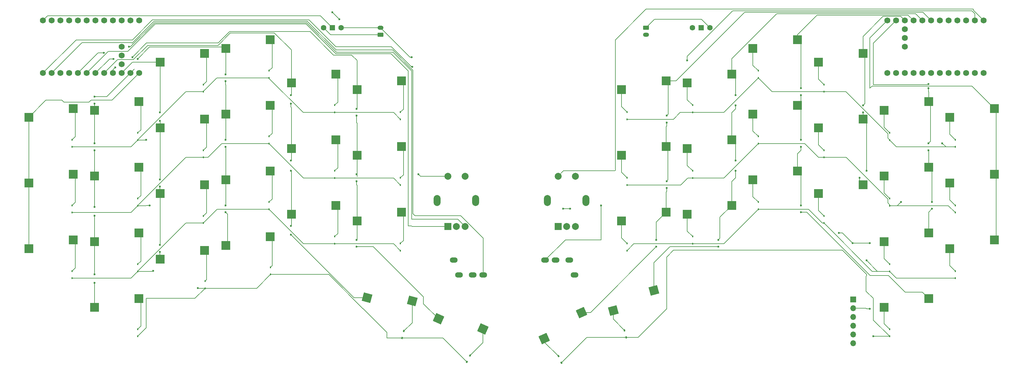
<source format=gbl>
%TF.GenerationSoftware,KiCad,Pcbnew,8.0.3*%
%TF.CreationDate,2025-01-04T16:23:02+09:00*%
%TF.ProjectId,manjaro_mx,6d616e6a-6172-46f5-9f6d-782e6b696361,rev?*%
%TF.SameCoordinates,Original*%
%TF.FileFunction,Copper,L2,Bot*%
%TF.FilePolarity,Positive*%
%FSLAX46Y46*%
G04 Gerber Fmt 4.6, Leading zero omitted, Abs format (unit mm)*
G04 Created by KiCad (PCBNEW 8.0.3) date 2025-01-04 16:23:02*
%MOMM*%
%LPD*%
G01*
G04 APERTURE LIST*
G04 Aperture macros list*
%AMRoundRect*
0 Rectangle with rounded corners*
0 $1 Rounding radius*
0 $2 $3 $4 $5 $6 $7 $8 $9 X,Y pos of 4 corners*
0 Add a 4 corners polygon primitive as box body*
4,1,4,$2,$3,$4,$5,$6,$7,$8,$9,$2,$3,0*
0 Add four circle primitives for the rounded corners*
1,1,$1+$1,$2,$3*
1,1,$1+$1,$4,$5*
1,1,$1+$1,$6,$7*
1,1,$1+$1,$8,$9*
0 Add four rect primitives between the rounded corners*
20,1,$1+$1,$2,$3,$4,$5,0*
20,1,$1+$1,$4,$5,$6,$7,0*
20,1,$1+$1,$6,$7,$8,$9,0*
20,1,$1+$1,$8,$9,$2,$3,0*%
%AMRotRect*
0 Rectangle, with rotation*
0 The origin of the aperture is its center*
0 $1 length*
0 $2 width*
0 $3 Rotation angle, in degrees counterclockwise*
0 Add horizontal line*
21,1,$1,$2,0,0,$3*%
G04 Aperture macros list end*
%TA.AperFunction,ComponentPad*%
%ADD10R,1.500000X1.500000*%
%TD*%
%TA.AperFunction,ComponentPad*%
%ADD11C,1.600000*%
%TD*%
%TA.AperFunction,ComponentPad*%
%ADD12O,2.300000X1.500000*%
%TD*%
%TA.AperFunction,ComponentPad*%
%ADD13RoundRect,0.250000X0.625000X-0.350000X0.625000X0.350000X-0.625000X0.350000X-0.625000X-0.350000X0*%
%TD*%
%TA.AperFunction,ComponentPad*%
%ADD14O,1.750000X1.200000*%
%TD*%
%TA.AperFunction,ComponentPad*%
%ADD15R,1.700000X1.700000*%
%TD*%
%TA.AperFunction,ComponentPad*%
%ADD16O,1.700000X1.700000*%
%TD*%
%TA.AperFunction,ComponentPad*%
%ADD17C,1.752600*%
%TD*%
%TA.AperFunction,WasherPad*%
%ADD18O,2.000000X3.200000*%
%TD*%
%TA.AperFunction,ComponentPad*%
%ADD19R,2.000000X2.000000*%
%TD*%
%TA.AperFunction,ComponentPad*%
%ADD20C,2.000000*%
%TD*%
%TA.AperFunction,ComponentPad*%
%ADD21RoundRect,0.250000X-0.625000X0.350000X-0.625000X-0.350000X0.625000X-0.350000X0.625000X0.350000X0*%
%TD*%
%TA.AperFunction,SMDPad,CuDef*%
%ADD22R,0.450000X0.600000*%
%TD*%
%TA.AperFunction,SMDPad,CuDef*%
%ADD23R,2.550000X2.500000*%
%TD*%
%TA.AperFunction,SMDPad,CuDef*%
%ADD24RotRect,0.600000X0.450000X75.000000*%
%TD*%
%TA.AperFunction,SMDPad,CuDef*%
%ADD25RotRect,2.550000X2.500000X24.000000*%
%TD*%
%TA.AperFunction,SMDPad,CuDef*%
%ADD26RotRect,2.550000X2.500000X15.000000*%
%TD*%
%TA.AperFunction,SMDPad,CuDef*%
%ADD27RotRect,0.600000X0.450000X66.000000*%
%TD*%
%TA.AperFunction,SMDPad,CuDef*%
%ADD28RotRect,0.600000X0.450000X105.000000*%
%TD*%
%TA.AperFunction,SMDPad,CuDef*%
%ADD29RotRect,0.600000X0.450000X114.000000*%
%TD*%
%TA.AperFunction,SMDPad,CuDef*%
%ADD30RotRect,2.550000X2.500000X345.000000*%
%TD*%
%TA.AperFunction,SMDPad,CuDef*%
%ADD31RotRect,2.550000X2.500000X336.000000*%
%TD*%
%TA.AperFunction,ViaPad*%
%ADD32C,0.600000*%
%TD*%
%TA.AperFunction,Conductor*%
%ADD33C,0.200000*%
%TD*%
G04 APERTURE END LIST*
D10*
%TO.P,PowerSW1,1,B*%
%TO.N,Net-(PowerSW1-B)*%
X125000000Y-48500000D03*
D11*
%TO.P,PowerSW1,2,C*%
%TO.N,BAT-*%
X127540000Y-48500000D03*
%TO.P,PowerSW1,3,A*%
%TO.N,BAT+*%
X122460000Y-48500000D03*
%TD*%
D12*
%TO.P,J2,1,A*%
%TO.N,unconnected-(J2-A-Pad1)*%
X160250000Y-115850000D03*
%TO.P,J2,2,B*%
%TO.N,DATA*%
X168750000Y-120150000D03*
%TO.P,J2,3,C*%
%TO.N,BAT-*%
X165750000Y-120150000D03*
%TO.P,J2,4,D*%
%TO.N,VCC*%
X161750000Y-120150000D03*
%TD*%
D13*
%TO.P,BT1,1,+*%
%TO.N,BAT+*%
X139000000Y-50500000D03*
D14*
%TO.P,BT1,2,-*%
%TO.N,BAT-*%
X139000000Y-48500000D03*
%TD*%
D15*
%TO.P,rJ3,1,Pin_1*%
%TO.N,rVCC*%
X276150000Y-127340000D03*
D16*
%TO.P,rJ3,2,Pin_2*%
%TO.N,rBAT-*%
X276150000Y-129880000D03*
%TO.P,rJ3,3,Pin_3*%
%TO.N,SCLK*%
X276150000Y-132420000D03*
%TO.P,rJ3,4,Pin_4*%
%TO.N,SDIO*%
X276150000Y-134960000D03*
%TO.P,rJ3,5,Pin_5*%
%TO.N,NCS*%
X276150000Y-137500000D03*
%TO.P,rJ3,6,Pin_6*%
%TO.N,unconnected-(rJ3-Pin_6-Pad6)*%
X276150000Y-140040000D03*
%TD*%
D10*
%TO.P,rPowerSW1,1,B*%
%TO.N,Net-(rPowerSW1-B)*%
X232050000Y-48500000D03*
D11*
%TO.P,rPowerSW1,2,C*%
%TO.N,rBAT-*%
X229510000Y-48500000D03*
%TO.P,rPowerSW1,3,A*%
%TO.N,rBAT+*%
X234590000Y-48500000D03*
%TD*%
D17*
%TO.P,rU1,1,TX0/P0.06*%
%TO.N,rKEYEX1*%
X313970000Y-46380000D03*
%TO.P,rU1,2,RX1/P0.08*%
%TO.N,rDATA*%
X311430000Y-46380000D03*
%TO.P,rU1,3,GND*%
%TO.N,rBAT-*%
X308890000Y-46380000D03*
%TO.P,rU1,4,GND*%
X306350000Y-46380000D03*
%TO.P,rU1,5,P0.17*%
%TO.N,rREB*%
X303810000Y-46380000D03*
%TO.P,rU1,6,P0.20*%
%TO.N,rRE0A*%
X301270000Y-46380000D03*
%TO.P,rU1,7,P0.22*%
%TO.N,rCOL0*%
X298730000Y-46380000D03*
%TO.P,rU1,8,P0.24*%
%TO.N,rCOL1*%
X296190000Y-46380000D03*
%TO.P,rU1,9,P1.00*%
%TO.N,rCOL2*%
X293650000Y-46380000D03*
%TO.P,rU1,10,P0.11*%
%TO.N,rCOL3*%
X291110000Y-46380000D03*
%TO.P,rU1,11,P1.04*%
%TO.N,rCOL4*%
X288570000Y-46380000D03*
%TO.P,rU1,12,P1.06*%
%TO.N,rCOL5*%
X286030000Y-46380000D03*
%TO.P,rU1,13,NFC1/P0.09*%
%TO.N,NCS*%
X286030000Y-61620000D03*
%TO.P,rU1,14,NFC2/P0.10*%
%TO.N,unconnected-(rU1-NFC2{slash}P0.10-Pad14)*%
X288570000Y-61620000D03*
%TO.P,rU1,15,P1.11*%
%TO.N,SDIO*%
X291110000Y-61620000D03*
%TO.P,rU1,16,P1.13*%
%TO.N,SCLK*%
X293650000Y-61620000D03*
%TO.P,rU1,17,P1.15*%
%TO.N,rROW3*%
X296190000Y-61620000D03*
%TO.P,rU1,18,AIN0/P0.02*%
%TO.N,rROW2*%
X298730000Y-61620000D03*
%TO.P,rU1,19,AIN5/P0.29*%
%TO.N,rROW1*%
X301270000Y-61620000D03*
%TO.P,rU1,20,AIN7/P0.31*%
%TO.N,rROW0*%
X303810000Y-61620000D03*
%TO.P,rU1,21,VCC*%
%TO.N,rVCC*%
X306350000Y-61620000D03*
%TO.P,rU1,22,RST*%
%TO.N,unconnected-(rU1-RST-Pad22)*%
X308890000Y-61620000D03*
%TO.P,rU1,23,GND*%
%TO.N,rBAT-*%
X311430000Y-61620000D03*
%TO.P,rU1,24,BATIN/P0.04*%
%TO.N,Net-(rPowerSW1-B)*%
X313970000Y-61620000D03*
%TO.P,rU1,31,P1.01*%
%TO.N,unconnected-(rU1-P1.01-Pad31)*%
X291110000Y-48920000D03*
%TO.P,rU1,32,P1.02*%
%TO.N,unconnected-(rU1-P1.02-Pad32)*%
X291110000Y-51460000D03*
%TO.P,rU1,33,P1.07*%
%TO.N,unconnected-(rU1-P1.07-Pad33)*%
X291110000Y-54000000D03*
%TD*%
D18*
%TO.P,rEXSW1,*%
%TO.N,*%
X187400000Y-98600000D03*
X198600000Y-98600000D03*
D19*
%TO.P,rEXSW1,A,A*%
%TO.N,rRE0A*%
X190500000Y-106100000D03*
D20*
%TO.P,rEXSW1,B,B*%
%TO.N,rREB*%
X195500000Y-106100000D03*
%TO.P,rEXSW1,C,C*%
%TO.N,rBAT-*%
X193000000Y-106100000D03*
%TO.P,rEXSW1,S1,S1*%
X195500000Y-91600000D03*
%TO.P,rEXSW1,S2,S2*%
%TO.N,rKEYEX1*%
X190500000Y-91600000D03*
%TD*%
D17*
%TO.P,U1,1,TX0/P0.06*%
%TO.N,KEYEX1*%
X41030000Y-61620000D03*
%TO.P,U1,2,RX1/P0.08*%
%TO.N,DATA*%
X43570000Y-61620000D03*
%TO.P,U1,3,GND*%
%TO.N,BAT-*%
X46110000Y-61620000D03*
%TO.P,U1,4,GND*%
X48650000Y-61620000D03*
%TO.P,U1,5,P0.17*%
%TO.N,REB*%
X51190000Y-61620000D03*
%TO.P,U1,6,P0.20*%
%TO.N,RE0A*%
X53730000Y-61620000D03*
%TO.P,U1,7,P0.22*%
%TO.N,COL0*%
X56270000Y-61620000D03*
%TO.P,U1,8,P0.24*%
%TO.N,COL1*%
X58810000Y-61620000D03*
%TO.P,U1,9,P1.00*%
%TO.N,COL2*%
X61350000Y-61620000D03*
%TO.P,U1,10,P0.11*%
%TO.N,COL3*%
X63890000Y-61620000D03*
%TO.P,U1,11,P1.04*%
%TO.N,COL4*%
X66430000Y-61620000D03*
%TO.P,U1,12,P1.06*%
%TO.N,COL5*%
X68970000Y-61620000D03*
%TO.P,U1,13,NFC1/P0.09*%
%TO.N,unconnected-(U1-NFC1{slash}P0.09-Pad13)*%
X68970000Y-46380000D03*
%TO.P,U1,14,NFC2/P0.10*%
%TO.N,unconnected-(U1-NFC2{slash}P0.10-Pad14)*%
X66430000Y-46380000D03*
%TO.P,U1,15,P1.11*%
%TO.N,unconnected-(U1-P1.11-Pad15)*%
X63890000Y-46380000D03*
%TO.P,U1,16,P1.13*%
%TO.N,unconnected-(U1-P1.13-Pad16)*%
X61350000Y-46380000D03*
%TO.P,U1,17,P1.15*%
%TO.N,ROW3*%
X58810000Y-46380000D03*
%TO.P,U1,18,AIN0/P0.02*%
%TO.N,ROW2*%
X56270000Y-46380000D03*
%TO.P,U1,19,AIN5/P0.29*%
%TO.N,ROW1*%
X53730000Y-46380000D03*
%TO.P,U1,20,AIN7/P0.31*%
%TO.N,ROW0*%
X51190000Y-46380000D03*
%TO.P,U1,21,VCC*%
%TO.N,VCC*%
X48650000Y-46380000D03*
%TO.P,U1,22,RST*%
%TO.N,unconnected-(U1-RST-Pad22)*%
X46110000Y-46380000D03*
%TO.P,U1,23,GND*%
%TO.N,BAT-*%
X43570000Y-46380000D03*
%TO.P,U1,24,BATIN/P0.04*%
%TO.N,Net-(PowerSW1-B)*%
X41030000Y-46380000D03*
%TO.P,U1,31,P1.01*%
%TO.N,unconnected-(U1-P1.01-Pad31)*%
X63890000Y-59080000D03*
%TO.P,U1,32,P1.02*%
%TO.N,unconnected-(U1-P1.02-Pad32)*%
X63890000Y-56540000D03*
%TO.P,U1,33,P1.07*%
%TO.N,unconnected-(U1-P1.07-Pad33)*%
X63890000Y-54000000D03*
%TD*%
D18*
%TO.P,EXSW1,*%
%TO.N,*%
X155400000Y-98600000D03*
X166600000Y-98600000D03*
D19*
%TO.P,EXSW1,A,A*%
%TO.N,RE0A*%
X158500000Y-106100000D03*
D20*
%TO.P,EXSW1,B,B*%
%TO.N,REB*%
X163500000Y-106100000D03*
%TO.P,EXSW1,C,C*%
%TO.N,BAT-*%
X161000000Y-106100000D03*
%TO.P,EXSW1,S1,S1*%
X163500000Y-91600000D03*
%TO.P,EXSW1,S2,S2*%
%TO.N,KEYEX1*%
X158500000Y-91600000D03*
%TD*%
D21*
%TO.P,rBT1,1,+*%
%TO.N,rBAT+*%
X216000000Y-48500000D03*
D14*
%TO.P,rBT1,2,-*%
%TO.N,rBAT-*%
X216000000Y-50500000D03*
%TD*%
D12*
%TO.P,rJ2,1,A*%
%TO.N,unconnected-(rJ2-A-Pad1)*%
X195250000Y-120200000D03*
%TO.P,rJ2,2,B*%
%TO.N,rDATA*%
X186750000Y-115900000D03*
%TO.P,rJ2,3,C*%
%TO.N,rBAT-*%
X189750000Y-115900000D03*
%TO.P,rJ2,4,D*%
%TO.N,rVCC*%
X193750000Y-115900000D03*
%TD*%
D22*
%TO.P,D7,1,K*%
%TO.N,ROW1*%
X144750000Y-94100000D03*
%TO.P,D7,2,A*%
%TO.N,Net-(D7-A)*%
X144750000Y-92000000D03*
%TD*%
D23*
%TO.P,rSW13,1,1*%
%TO.N,Net-(rD13-A)*%
X208915000Y-104560000D03*
%TO.P,rSW13,2,2*%
%TO.N,rCOL0*%
X221842000Y-102020000D03*
%TD*%
D22*
%TO.P,D9,1,K*%
%TO.N,ROW1*%
X106650000Y-82100000D03*
%TO.P,D9,2,A*%
%TO.N,Net-(D9-A)*%
X106650000Y-80000000D03*
%TD*%
D23*
%TO.P,rSW2,1,1*%
%TO.N,Net-(rD2-A)*%
X227965000Y-64460000D03*
%TO.P,rSW2,2,2*%
%TO.N,rCOL1*%
X240892000Y-61920000D03*
%TD*%
%TO.P,rSW5,1,1*%
%TO.N,Net-(rD5-A)*%
X285115000Y-72460000D03*
%TO.P,rSW5,2,2*%
%TO.N,rCOL4*%
X298042000Y-69920000D03*
%TD*%
D22*
%TO.P,D16,1,K*%
%TO.N,ROW2*%
X87600000Y-105150000D03*
%TO.P,D16,2,A*%
%TO.N,Net-(D16-A)*%
X87600000Y-103050000D03*
%TD*%
D23*
%TO.P,rSW14,1,1*%
%TO.N,Net-(rD14-A)*%
X227965000Y-102560000D03*
%TO.P,rSW14,2,2*%
%TO.N,rCOL1*%
X240892000Y-100020000D03*
%TD*%
D22*
%TO.P,rD1,1,K*%
%TO.N,rROW0*%
X210500000Y-75050000D03*
%TO.P,rD1,2,A*%
%TO.N,Net-(rD1-A)*%
X210500000Y-72950000D03*
%TD*%
D23*
%TO.P,rSW15,1,1*%
%TO.N,Net-(rD15-A)*%
X247015000Y-92560000D03*
%TO.P,rSW15,2,2*%
%TO.N,rCOL2*%
X259942000Y-90020000D03*
%TD*%
%TO.P,rSW21,1,1*%
%TO.N,Net-(rD21-A)*%
X285115000Y-129610000D03*
%TO.P,rSW21,2,2*%
%TO.N,rCOL2*%
X298042000Y-127070000D03*
%TD*%
D22*
%TO.P,rD3,1,K*%
%TO.N,rROW0*%
X248600000Y-63050000D03*
%TO.P,rD3,2,A*%
%TO.N,Net-(rD3-A)*%
X248600000Y-60950000D03*
%TD*%
%TO.P,D23,1,K*%
%TO.N,ROW3*%
X68550000Y-138000000D03*
%TO.P,D23,2,A*%
%TO.N,Net-(D23-A)*%
X68550000Y-135900000D03*
%TD*%
%TO.P,rD15,1,K*%
%TO.N,rROW2*%
X248600000Y-101150000D03*
%TO.P,rD15,2,A*%
%TO.N,Net-(rD15-A)*%
X248600000Y-99050000D03*
%TD*%
%TO.P,rD13,1,K*%
%TO.N,rROW2*%
X210500000Y-113150000D03*
%TO.P,rD13,2,A*%
%TO.N,Net-(rD13-A)*%
X210500000Y-111050000D03*
%TD*%
D23*
%TO.P,rSW8,1,1*%
%TO.N,Net-(rD8-A)*%
X227965000Y-83510000D03*
%TO.P,rSW8,2,2*%
%TO.N,rCOL1*%
X240892000Y-80970000D03*
%TD*%
D22*
%TO.P,D15,1,K*%
%TO.N,ROW2*%
X106650000Y-101150000D03*
%TO.P,D15,2,A*%
%TO.N,Net-(D15-A)*%
X106650000Y-99050000D03*
%TD*%
D23*
%TO.P,SW15,1,1*%
%TO.N,COL2*%
X94065000Y-92560000D03*
%TO.P,SW15,2,2*%
%TO.N,Net-(D15-A)*%
X106992000Y-90020000D03*
%TD*%
%TO.P,SW10,1,1*%
%TO.N,COL3*%
X75015000Y-77510000D03*
%TO.P,SW10,2,2*%
%TO.N,Net-(D10-A)*%
X87942000Y-74970000D03*
%TD*%
%TO.P,SW21,1,1*%
%TO.N,COL2*%
X94065000Y-111610000D03*
%TO.P,SW21,2,2*%
%TO.N,Net-(D21-A)*%
X106992000Y-109070000D03*
%TD*%
D22*
%TO.P,rD16,1,K*%
%TO.N,rROW2*%
X267650000Y-105150000D03*
%TO.P,rD16,2,A*%
%TO.N,Net-(rD16-A)*%
X267650000Y-103050000D03*
%TD*%
D23*
%TO.P,SW16,1,1*%
%TO.N,COL3*%
X75015000Y-96560000D03*
%TO.P,SW16,2,2*%
%TO.N,Net-(D16-A)*%
X87942000Y-94020000D03*
%TD*%
%TO.P,rSW4,1,1*%
%TO.N,Net-(rD4-A)*%
X266065000Y-58460000D03*
%TO.P,rSW4,2,2*%
%TO.N,rCOL3*%
X278992000Y-55920000D03*
%TD*%
D22*
%TO.P,D18,1,K*%
%TO.N,ROW2*%
X49500000Y-121150000D03*
%TO.P,D18,2,A*%
%TO.N,Net-(D18-A)*%
X49500000Y-119050000D03*
%TD*%
D24*
%TO.P,D20,1,K*%
%TO.N,ROW3*%
X145228240Y-138514222D03*
%TO.P,D20,2,A*%
%TO.N,Net-(D20-A)*%
X145771760Y-136485778D03*
%TD*%
D23*
%TO.P,SW22,1,1*%
%TO.N,COL3*%
X75015000Y-115610000D03*
%TO.P,SW22,2,2*%
%TO.N,Net-(D22-A)*%
X87942000Y-113070000D03*
%TD*%
D22*
%TO.P,D1,1,K*%
%TO.N,ROW0*%
X144750000Y-75050000D03*
%TO.P,D1,2,A*%
%TO.N,Net-(D1-A)*%
X144750000Y-72950000D03*
%TD*%
D23*
%TO.P,rSW18,1,1*%
%TO.N,Net-(rD18-A)*%
X304165000Y-112560000D03*
%TO.P,rSW18,2,2*%
%TO.N,rCOL5*%
X317092000Y-110020000D03*
%TD*%
D22*
%TO.P,rD11,1,K*%
%TO.N,rROW1*%
X286700000Y-100100000D03*
%TO.P,rD11,2,A*%
%TO.N,Net-(rD11-A)*%
X286700000Y-98000000D03*
%TD*%
D23*
%TO.P,rSW1,1,1*%
%TO.N,Net-(rD1-A)*%
X208915000Y-66460000D03*
%TO.P,rSW1,2,2*%
%TO.N,rCOL0*%
X221842000Y-63920000D03*
%TD*%
D22*
%TO.P,rD7,1,K*%
%TO.N,rROW1*%
X210500000Y-94100000D03*
%TO.P,rD7,2,A*%
%TO.N,Net-(rD7-A)*%
X210500000Y-92000000D03*
%TD*%
D23*
%TO.P,rSW10,1,1*%
%TO.N,Net-(rD10-A)*%
X266065000Y-77510000D03*
%TO.P,rSW10,2,2*%
%TO.N,rCOL3*%
X278992000Y-74970000D03*
%TD*%
D22*
%TO.P,rD8,1,K*%
%TO.N,rROW1*%
X229550000Y-92100000D03*
%TO.P,rD8,2,A*%
%TO.N,Net-(rD8-A)*%
X229550000Y-90000000D03*
%TD*%
%TO.P,D21,1,K*%
%TO.N,ROW3*%
X107050000Y-120050000D03*
%TO.P,D21,2,A*%
%TO.N,Net-(D21-A)*%
X107050000Y-117950000D03*
%TD*%
D23*
%TO.P,SW3,1,1*%
%TO.N,COL2*%
X94065000Y-54460000D03*
%TO.P,SW3,2,2*%
%TO.N,Net-(D3-A)*%
X106992000Y-51920000D03*
%TD*%
D22*
%TO.P,D22,1,K*%
%TO.N,ROW3*%
X88050000Y-124050000D03*
%TO.P,D22,2,A*%
%TO.N,Net-(D22-A)*%
X88050000Y-121950000D03*
%TD*%
%TO.P,D14,1,K*%
%TO.N,ROW2*%
X125700000Y-111150000D03*
%TO.P,D14,2,A*%
%TO.N,Net-(D14-A)*%
X125700000Y-109050000D03*
%TD*%
D23*
%TO.P,SW9,1,1*%
%TO.N,COL2*%
X94065000Y-73510000D03*
%TO.P,SW9,2,2*%
%TO.N,Net-(D9-A)*%
X106992000Y-70970000D03*
%TD*%
D22*
%TO.P,D13,1,K*%
%TO.N,ROW2*%
X144750000Y-113150000D03*
%TO.P,D13,2,A*%
%TO.N,Net-(D13-A)*%
X144750000Y-111050000D03*
%TD*%
D25*
%TO.P,rSW19,1,1*%
%TO.N,Net-(rD19-A)*%
X186494419Y-138661324D03*
%TO.P,rSW19,2,2*%
%TO.N,rCOL0*%
X197270710Y-131083034D03*
%TD*%
D23*
%TO.P,SW6,1,1*%
%TO.N,COL5*%
X36915000Y-74460000D03*
%TO.P,SW6,2,2*%
%TO.N,Net-(D6-A)*%
X49842000Y-71920000D03*
%TD*%
D26*
%TO.P,rSW20,1,1*%
%TO.N,Net-(rD20-A)*%
X206499015Y-130480281D03*
%TO.P,rSW20,2,2*%
%TO.N,rCOL1*%
X218328138Y-124681076D03*
%TD*%
D27*
%TO.P,D19,1,K*%
%TO.N,ROW3*%
X164072927Y-145459223D03*
%TO.P,D19,2,A*%
%TO.N,Net-(D19-A)*%
X164927073Y-143540777D03*
%TD*%
D22*
%TO.P,rD21,1,K*%
%TO.N,rROW3*%
X286700000Y-138000000D03*
%TO.P,rD21,2,A*%
%TO.N,Net-(rD21-A)*%
X286700000Y-135900000D03*
%TD*%
D23*
%TO.P,SW5,1,1*%
%TO.N,COL4*%
X55965000Y-72460000D03*
%TO.P,SW5,2,2*%
%TO.N,Net-(D5-A)*%
X68892000Y-69920000D03*
%TD*%
D22*
%TO.P,rD4,1,K*%
%TO.N,rROW0*%
X267650000Y-67050000D03*
%TO.P,rD4,2,A*%
%TO.N,Net-(rD4-A)*%
X267650000Y-64950000D03*
%TD*%
D23*
%TO.P,SW23,1,1*%
%TO.N,COL4*%
X55965000Y-129610000D03*
%TO.P,SW23,2,2*%
%TO.N,Net-(D23-A)*%
X68892000Y-127070000D03*
%TD*%
%TO.P,SW18,1,1*%
%TO.N,COL5*%
X36915000Y-112560000D03*
%TO.P,SW18,2,2*%
%TO.N,Net-(D18-A)*%
X49842000Y-110020000D03*
%TD*%
%TO.P,rSW12,1,1*%
%TO.N,Net-(rD12-A)*%
X304165000Y-93510000D03*
%TO.P,rSW12,2,2*%
%TO.N,rCOL5*%
X317092000Y-90970000D03*
%TD*%
%TO.P,SW12,1,1*%
%TO.N,COL5*%
X36915000Y-93510000D03*
%TO.P,SW12,2,2*%
%TO.N,Net-(D12-A)*%
X49842000Y-90970000D03*
%TD*%
D22*
%TO.P,D3,1,K*%
%TO.N,ROW0*%
X106650000Y-63050000D03*
%TO.P,D3,2,A*%
%TO.N,Net-(D3-A)*%
X106650000Y-60950000D03*
%TD*%
%TO.P,rD9,1,K*%
%TO.N,rROW1*%
X248600000Y-82100000D03*
%TO.P,rD9,2,A*%
%TO.N,Net-(rD9-A)*%
X248600000Y-80000000D03*
%TD*%
D23*
%TO.P,rSW6,1,1*%
%TO.N,Net-(rD6-A)*%
X304165000Y-74460000D03*
%TO.P,rSW6,2,2*%
%TO.N,rCOL5*%
X317092000Y-71920000D03*
%TD*%
%TO.P,SW8,1,1*%
%TO.N,COL1*%
X113115000Y-83510000D03*
%TO.P,SW8,2,2*%
%TO.N,Net-(D8-A)*%
X126042000Y-80970000D03*
%TD*%
%TO.P,rSW16,1,1*%
%TO.N,Net-(rD16-A)*%
X266065000Y-96560000D03*
%TO.P,rSW16,2,2*%
%TO.N,rCOL3*%
X278992000Y-94020000D03*
%TD*%
%TO.P,SW7,1,1*%
%TO.N,COL0*%
X132165000Y-85510000D03*
%TO.P,SW7,2,2*%
%TO.N,Net-(D7-A)*%
X145092000Y-82970000D03*
%TD*%
D22*
%TO.P,D10,1,K*%
%TO.N,ROW1*%
X87600000Y-86100000D03*
%TO.P,D10,2,A*%
%TO.N,Net-(D10-A)*%
X87600000Y-84000000D03*
%TD*%
D23*
%TO.P,SW11,1,1*%
%TO.N,COL4*%
X55965000Y-91510000D03*
%TO.P,SW11,2,2*%
%TO.N,Net-(D11-A)*%
X68892000Y-88970000D03*
%TD*%
D22*
%TO.P,rD14,1,K*%
%TO.N,rROW2*%
X229550000Y-111150000D03*
%TO.P,rD14,2,A*%
%TO.N,Net-(rD14-A)*%
X229550000Y-109050000D03*
%TD*%
%TO.P,rD5,1,K*%
%TO.N,rROW0*%
X286700000Y-81050000D03*
%TO.P,rD5,2,A*%
%TO.N,Net-(rD5-A)*%
X286700000Y-78950000D03*
%TD*%
D28*
%TO.P,rD20,1,K*%
%TO.N,rROW3*%
X210285982Y-138285982D03*
%TO.P,rD20,2,A*%
%TO.N,Net-(rD20-A)*%
X209742462Y-136257538D03*
%TD*%
D22*
%TO.P,rD6,1,K*%
%TO.N,rROW0*%
X305750000Y-83050000D03*
%TO.P,rD6,2,A*%
%TO.N,Net-(rD6-A)*%
X305750000Y-80950000D03*
%TD*%
D23*
%TO.P,SW14,1,1*%
%TO.N,COL1*%
X113115000Y-102560000D03*
%TO.P,SW14,2,2*%
%TO.N,Net-(D14-A)*%
X126042000Y-100020000D03*
%TD*%
D22*
%TO.P,D2,1,K*%
%TO.N,ROW0*%
X125700000Y-73050000D03*
%TO.P,D2,2,A*%
%TO.N,Net-(D2-A)*%
X125700000Y-70950000D03*
%TD*%
D23*
%TO.P,SW13,1,1*%
%TO.N,COL0*%
X132165000Y-104560000D03*
%TO.P,SW13,2,2*%
%TO.N,Net-(D13-A)*%
X145092000Y-102020000D03*
%TD*%
D22*
%TO.P,D17,1,K*%
%TO.N,ROW2*%
X68550000Y-119150000D03*
%TO.P,D17,2,A*%
%TO.N,Net-(D17-A)*%
X68550000Y-117050000D03*
%TD*%
%TO.P,D11,1,K*%
%TO.N,ROW1*%
X68550000Y-100100000D03*
%TO.P,D11,2,A*%
%TO.N,Net-(D11-A)*%
X68550000Y-98000000D03*
%TD*%
%TO.P,rD10,1,K*%
%TO.N,rROW1*%
X267650000Y-86100000D03*
%TO.P,rD10,2,A*%
%TO.N,Net-(rD10-A)*%
X267650000Y-84000000D03*
%TD*%
%TO.P,D4,1,K*%
%TO.N,ROW0*%
X87600000Y-67050000D03*
%TO.P,D4,2,A*%
%TO.N,Net-(D4-A)*%
X87600000Y-64950000D03*
%TD*%
D23*
%TO.P,rSW7,1,1*%
%TO.N,Net-(rD7-A)*%
X208915000Y-85510000D03*
%TO.P,rSW7,2,2*%
%TO.N,rCOL0*%
X221842000Y-82970000D03*
%TD*%
D22*
%TO.P,rD17,1,K*%
%TO.N,rROW2*%
X286700000Y-119150000D03*
%TO.P,rD17,2,A*%
%TO.N,Net-(rD17-A)*%
X286700000Y-117050000D03*
%TD*%
D23*
%TO.P,SW17,1,1*%
%TO.N,COL4*%
X55965000Y-110560000D03*
%TO.P,SW17,2,2*%
%TO.N,Net-(D17-A)*%
X68892000Y-108020000D03*
%TD*%
%TO.P,SW4,1,1*%
%TO.N,COL3*%
X75015000Y-58460000D03*
%TO.P,SW4,2,2*%
%TO.N,Net-(D4-A)*%
X87942000Y-55920000D03*
%TD*%
D22*
%TO.P,D5,1,K*%
%TO.N,ROW0*%
X68550000Y-81050000D03*
%TO.P,D5,2,A*%
%TO.N,Net-(D5-A)*%
X68550000Y-78950000D03*
%TD*%
D29*
%TO.P,rD19,1,K*%
%TO.N,rROW3*%
X191467850Y-145687463D03*
%TO.P,rD19,2,A*%
%TO.N,Net-(rD19-A)*%
X190613704Y-143769017D03*
%TD*%
D22*
%TO.P,D6,1,K*%
%TO.N,ROW0*%
X49500000Y-83050000D03*
%TO.P,D6,2,A*%
%TO.N,Net-(D6-A)*%
X49500000Y-80950000D03*
%TD*%
D23*
%TO.P,SW2,1,1*%
%TO.N,COL1*%
X113115000Y-64460000D03*
%TO.P,SW2,2,2*%
%TO.N,Net-(D2-A)*%
X126042000Y-61920000D03*
%TD*%
%TO.P,rSW3,1,1*%
%TO.N,Net-(rD3-A)*%
X247015000Y-54460000D03*
%TO.P,rSW3,2,2*%
%TO.N,rCOL2*%
X259942000Y-51920000D03*
%TD*%
D30*
%TO.P,SW20,1,1*%
%TO.N,COL1*%
X135063816Y-126812815D03*
%TO.P,SW20,2,2*%
%TO.N,Net-(D20-A)*%
X148207739Y-127705118D03*
%TD*%
D22*
%TO.P,rD2,1,K*%
%TO.N,rROW0*%
X229550000Y-73050000D03*
%TO.P,rD2,2,A*%
%TO.N,Net-(rD2-A)*%
X229550000Y-70950000D03*
%TD*%
D23*
%TO.P,rSW9,1,1*%
%TO.N,Net-(rD9-A)*%
X247015000Y-73510000D03*
%TO.P,rSW9,2,2*%
%TO.N,rCOL2*%
X259942000Y-70970000D03*
%TD*%
%TO.P,rSW17,1,1*%
%TO.N,Net-(rD17-A)*%
X285115000Y-110560000D03*
%TO.P,rSW17,2,2*%
%TO.N,rCOL4*%
X298042000Y-108020000D03*
%TD*%
D22*
%TO.P,rD18,1,K*%
%TO.N,rROW2*%
X305750000Y-121150000D03*
%TO.P,rD18,2,A*%
%TO.N,Net-(rD18-A)*%
X305750000Y-119050000D03*
%TD*%
%TO.P,D8,1,K*%
%TO.N,ROW1*%
X125700000Y-92100000D03*
%TO.P,D8,2,A*%
%TO.N,Net-(D8-A)*%
X125700000Y-90000000D03*
%TD*%
%TO.P,D12,1,K*%
%TO.N,ROW1*%
X49500000Y-102100000D03*
%TO.P,D12,2,A*%
%TO.N,Net-(D12-A)*%
X49500000Y-100000000D03*
%TD*%
%TO.P,rD12,1,K*%
%TO.N,rROW1*%
X305750000Y-102100000D03*
%TO.P,rD12,2,A*%
%TO.N,Net-(rD12-A)*%
X305750000Y-100000000D03*
%TD*%
D31*
%TO.P,SW19,1,1*%
%TO.N,COL0*%
X155810642Y-132897865D03*
%TO.P,SW19,2,2*%
%TO.N,Net-(D19-A)*%
X168653155Y-135835345D03*
%TD*%
D23*
%TO.P,SW1,1,1*%
%TO.N,COL0*%
X132165000Y-66460000D03*
%TO.P,SW1,2,2*%
%TO.N,Net-(D1-A)*%
X145092000Y-63920000D03*
%TD*%
%TO.P,rSW11,1,1*%
%TO.N,Net-(rD11-A)*%
X285115000Y-91510000D03*
%TO.P,rSW11,2,2*%
%TO.N,rCOL4*%
X298042000Y-88970000D03*
%TD*%
D32*
%TO.N,rROW0*%
X302000000Y-82000000D03*
%TO.N,rROW1*%
X290000000Y-99000000D03*
%TO.N,rROW2*%
X280000000Y-116000000D03*
%TO.N,rROW3*%
X282000000Y-138000000D03*
%TO.N,rBAT-*%
X281000000Y-130000000D03*
%TO.N,rCOL0*%
X219000000Y-110000000D03*
X222000000Y-93000000D03*
X222000000Y-76000000D03*
X222000000Y-95000000D03*
X219000000Y-112000000D03*
X222000000Y-74000000D03*
%TO.N,rCOL1*%
X237000000Y-110000000D03*
X242000000Y-71000000D03*
X242000000Y-68000000D03*
X237000000Y-112000000D03*
X242000000Y-87000000D03*
X242000000Y-90000000D03*
%TO.N,rCOL2*%
X261000000Y-68000000D03*
X261000000Y-66000000D03*
X261000000Y-83000000D03*
X261000000Y-100000000D03*
X261000000Y-102000000D03*
X261000000Y-81000000D03*
%TO.N,rCOL3*%
X279000000Y-73000000D03*
X278000000Y-92000000D03*
X279000000Y-71000000D03*
X280000000Y-90000000D03*
%TO.N,rCOL4*%
X299000000Y-99000000D03*
X298000000Y-84000000D03*
X298000000Y-64797548D03*
X298000000Y-82000000D03*
X299000000Y-101000000D03*
X298000000Y-66000000D03*
%TO.N,BAT-*%
X125000000Y-44000000D03*
X127000000Y-46000000D03*
X148000000Y-57000000D03*
%TO.N,ROW0*%
X71000000Y-81000000D03*
%TO.N,ROW1*%
X72000000Y-100000000D03*
%TO.N,ROW2*%
X73000000Y-119000000D03*
%TO.N,ROW3*%
X86000000Y-124000000D03*
%TO.N,COL4*%
X56000000Y-103000000D03*
X56000000Y-120000000D03*
X56000000Y-122500000D03*
X56000000Y-82000000D03*
X56000000Y-70500000D03*
X56000000Y-68500000D03*
X56000000Y-84000000D03*
X56000000Y-100500000D03*
%TO.N,COL3*%
X75000000Y-73000000D03*
X75000000Y-94500000D03*
X75000000Y-111500000D03*
X75000000Y-92500000D03*
X75000000Y-113500000D03*
X75000000Y-75500000D03*
%TO.N,COL2*%
X94000000Y-81000000D03*
X68500000Y-57500000D03*
X94000000Y-100000000D03*
X94000000Y-102000000D03*
X94000000Y-62000000D03*
X94000000Y-83000000D03*
X62000000Y-60000000D03*
X94000000Y-64000000D03*
%TO.N,COL1*%
X113000000Y-90000000D03*
X113000000Y-68000000D03*
X113000000Y-106000000D03*
X113000000Y-87000000D03*
X113000000Y-108500000D03*
X113000000Y-70500000D03*
%TO.N,COL0*%
X132000000Y-93000000D03*
X132000000Y-112000000D03*
X67000000Y-57000000D03*
X132000000Y-72000000D03*
X132000000Y-74000000D03*
X61500000Y-57500000D03*
X132000000Y-91000000D03*
X132000000Y-110000000D03*
%TO.N,REB*%
X66000000Y-54000000D03*
X58750735Y-55750735D03*
%TO.N,KEYEX1*%
X148200000Y-59785786D03*
X150000000Y-91000000D03*
%TO.N,rRE0A*%
X192000000Y-101000000D03*
X194000000Y-101000000D03*
%TO.N,rVCC*%
X276000000Y-111000000D03*
X272000000Y-108000000D03*
X281000000Y-111000000D03*
%TO.N,rDATA*%
X203000000Y-100000000D03*
X228000000Y-58000000D03*
%TD*%
D33*
%TO.N,Net-(rD1-A)*%
X208915000Y-71365000D02*
X210500000Y-72950000D01*
X208915000Y-66460000D02*
X208915000Y-71365000D01*
%TO.N,rROW0*%
X302000000Y-82000000D02*
X303050000Y-83050000D01*
X286700000Y-81050000D02*
X286175000Y-80525000D01*
X286175000Y-80525000D02*
X286175000Y-79175000D01*
X238600000Y-73050000D02*
X229550000Y-73050000D01*
X248600000Y-63050000D02*
X238600000Y-73050000D01*
X252600000Y-67050000D02*
X248600000Y-63050000D01*
X286175000Y-79175000D02*
X274050000Y-67050000D01*
X225950000Y-73050000D02*
X223950000Y-75050000D01*
X288700000Y-83050000D02*
X286700000Y-81050000D01*
X303050000Y-83050000D02*
X305750000Y-83050000D01*
X229550000Y-73050000D02*
X225950000Y-73050000D01*
X305750000Y-83050000D02*
X288700000Y-83050000D01*
X267650000Y-67050000D02*
X252600000Y-67050000D01*
X223950000Y-75050000D02*
X210500000Y-75050000D01*
X274050000Y-67050000D02*
X267650000Y-67050000D01*
%TO.N,rROW1*%
X248600000Y-82100000D02*
X238600000Y-92100000D01*
X286175000Y-98175000D02*
X274100000Y-86100000D01*
X226100000Y-94100000D02*
X210500000Y-94100000D01*
X229550000Y-92100000D02*
X228100000Y-92100000D01*
X267650000Y-86100000D02*
X266100000Y-86100000D01*
X287000000Y-100100000D02*
X286175000Y-99275000D01*
X303750000Y-100100000D02*
X287000000Y-100100000D01*
X266100000Y-86100000D02*
X262100000Y-82100000D01*
X228100000Y-92100000D02*
X226100000Y-94100000D01*
X262100000Y-82100000D02*
X248600000Y-82100000D01*
X274100000Y-86100000D02*
X267650000Y-86100000D01*
X286175000Y-99275000D02*
X286175000Y-98175000D01*
X290000000Y-99000000D02*
X288900000Y-100100000D01*
X288900000Y-100100000D02*
X286700000Y-100100000D01*
X287000000Y-100100000D02*
X286700000Y-100100000D01*
X305750000Y-102100000D02*
X303750000Y-100100000D01*
X238600000Y-92100000D02*
X229550000Y-92100000D01*
%TO.N,Net-(rD2-A)*%
X227965000Y-64460000D02*
X227965000Y-69365000D01*
X227965000Y-69365000D02*
X229550000Y-70950000D01*
%TO.N,rROW2*%
X288700000Y-121150000D02*
X286700000Y-119150000D01*
X281650000Y-119150000D02*
X267650000Y-105150000D01*
X280000000Y-116000000D02*
X283150000Y-119150000D01*
X263150000Y-101150000D02*
X248600000Y-101150000D01*
X283150000Y-119150000D02*
X286700000Y-119150000D01*
X267650000Y-105150000D02*
X267150000Y-105150000D01*
X229550000Y-111150000D02*
X212500000Y-111150000D01*
X267150000Y-105150000D02*
X263150000Y-101150000D01*
X212500000Y-111150000D02*
X210500000Y-113150000D01*
X305750000Y-121150000D02*
X288700000Y-121150000D01*
X248600000Y-101150000D02*
X238600000Y-111150000D01*
X286700000Y-119150000D02*
X281650000Y-119150000D01*
X238600000Y-111150000D02*
X229550000Y-111150000D01*
%TO.N,Net-(rD3-A)*%
X247015000Y-59365000D02*
X248600000Y-60950000D01*
X247015000Y-54460000D02*
X247015000Y-59365000D01*
%TO.N,Net-(rD4-A)*%
X266065000Y-58460000D02*
X266065000Y-63365000D01*
X266065000Y-63365000D02*
X267650000Y-64950000D01*
%TO.N,rROW3*%
X282000000Y-133300000D02*
X286700000Y-138000000D01*
X210285982Y-138285982D02*
X213714018Y-138285982D01*
X210285982Y-138285982D02*
X198869331Y-138285982D01*
X222000000Y-130000000D02*
X222000000Y-115000000D01*
X273000000Y-113000000D02*
X280000000Y-120000000D01*
X282000000Y-138000000D02*
X286700000Y-138000000D01*
X222000000Y-115000000D02*
X224000000Y-113000000D01*
X198869331Y-138285982D02*
X191467850Y-145687463D01*
X279897548Y-124897548D02*
X282000000Y-127000000D01*
X213714018Y-138285982D02*
X222000000Y-130000000D01*
X224000000Y-113000000D02*
X273000000Y-113000000D01*
X279897548Y-120549020D02*
X279897548Y-124897548D01*
X280000000Y-120000000D02*
X280000000Y-120446568D01*
X280000000Y-120446568D02*
X279897548Y-120549020D01*
X282000000Y-127000000D02*
X282000000Y-133300000D01*
%TO.N,Net-(rD5-A)*%
X285115000Y-72460000D02*
X285115000Y-77365000D01*
X285115000Y-77365000D02*
X286700000Y-78950000D01*
%TO.N,Net-(rD6-A)*%
X304165000Y-74460000D02*
X304165000Y-79365000D01*
X304165000Y-79365000D02*
X305750000Y-80950000D01*
%TO.N,Net-(rD7-A)*%
X208915000Y-85510000D02*
X208915000Y-90415000D01*
X208915000Y-90415000D02*
X210500000Y-92000000D01*
%TO.N,Net-(rD8-A)*%
X227965000Y-88415000D02*
X229550000Y-90000000D01*
X227965000Y-83510000D02*
X227965000Y-88415000D01*
%TO.N,Net-(rD9-A)*%
X247015000Y-78415000D02*
X248600000Y-80000000D01*
X247015000Y-73510000D02*
X247015000Y-78415000D01*
%TO.N,Net-(rD10-A)*%
X266065000Y-82415000D02*
X267650000Y-84000000D01*
X266065000Y-77510000D02*
X266065000Y-82415000D01*
%TO.N,Net-(rD11-A)*%
X285115000Y-96415000D02*
X286700000Y-98000000D01*
X285115000Y-91510000D02*
X285115000Y-96415000D01*
%TO.N,Net-(rD12-A)*%
X304165000Y-93510000D02*
X304165000Y-98415000D01*
X304165000Y-98415000D02*
X305750000Y-100000000D01*
%TO.N,Net-(rD13-A)*%
X208915000Y-109465000D02*
X210500000Y-111050000D01*
X208915000Y-104560000D02*
X208915000Y-109465000D01*
%TO.N,Net-(rD14-A)*%
X227965000Y-102560000D02*
X227965000Y-107465000D01*
X227965000Y-107465000D02*
X229550000Y-109050000D01*
%TO.N,Net-(rD15-A)*%
X247015000Y-97465000D02*
X248600000Y-99050000D01*
X247015000Y-92560000D02*
X247015000Y-97465000D01*
%TO.N,Net-(rD16-A)*%
X266065000Y-101465000D02*
X267650000Y-103050000D01*
X266065000Y-96560000D02*
X266065000Y-101465000D01*
%TO.N,Net-(rD17-A)*%
X285115000Y-115465000D02*
X286700000Y-117050000D01*
X285115000Y-110560000D02*
X285115000Y-115465000D01*
%TO.N,Net-(rD18-A)*%
X304165000Y-117465000D02*
X305750000Y-119050000D01*
X304165000Y-112560000D02*
X304165000Y-117465000D01*
%TO.N,Net-(rD19-A)*%
X186494419Y-139649732D02*
X190613704Y-143769017D01*
X186494419Y-138661324D02*
X186494419Y-139649732D01*
%TO.N,Net-(rD20-A)*%
X206499015Y-130480281D02*
X206499015Y-133014091D01*
X206499015Y-133014091D02*
X209742462Y-136257538D01*
%TO.N,rBAT-*%
X279880000Y-129880000D02*
X276150000Y-129880000D01*
X281000000Y-130000000D02*
X280000000Y-130000000D01*
X280000000Y-130000000D02*
X279880000Y-129880000D01*
%TO.N,rCOL0*%
X222000000Y-95000000D02*
X222000000Y-96000000D01*
X221842000Y-63920000D02*
X222450000Y-64528000D01*
X221842000Y-77158000D02*
X221842000Y-82970000D01*
X219000000Y-112000000D02*
X199916966Y-131083034D01*
X222000000Y-96000000D02*
X221842000Y-96158000D01*
X222380000Y-83508000D02*
X222380000Y-92620000D01*
X224761224Y-63920000D02*
X221842000Y-63920000D01*
X222450000Y-73550000D02*
X222000000Y-74000000D01*
X222000000Y-76000000D02*
X222000000Y-77000000D01*
X222450000Y-64528000D02*
X222450000Y-73550000D01*
X219000000Y-104862000D02*
X219000000Y-110000000D01*
X221842000Y-82970000D02*
X222380000Y-83508000D01*
X221842000Y-102020000D02*
X219000000Y-104862000D01*
X199916966Y-131083034D02*
X197270710Y-131083034D01*
X222380000Y-92620000D02*
X222000000Y-93000000D01*
X298730000Y-46380000D02*
X296353700Y-44003700D01*
X222000000Y-77000000D02*
X221842000Y-77158000D01*
X244677524Y-44003700D02*
X224761224Y-63920000D01*
X296353700Y-44003700D02*
X244677524Y-44003700D01*
X221842000Y-96158000D02*
X221842000Y-102020000D01*
%TO.N,rCOL1*%
X240892000Y-61920000D02*
X242000000Y-63028000D01*
X296190000Y-46380000D02*
X294213700Y-44403700D01*
X241922000Y-82000000D02*
X242000000Y-82000000D01*
X253946300Y-44403700D02*
X240892000Y-57458000D01*
X242000000Y-82000000D02*
X242000000Y-87000000D01*
X242000000Y-92000000D02*
X240892000Y-93108000D01*
X240892000Y-73108000D02*
X240892000Y-80970000D01*
X237450000Y-109550000D02*
X237000000Y-110000000D01*
X237000000Y-112000000D02*
X223000000Y-112000000D01*
X240892000Y-93108000D02*
X240892000Y-100020000D01*
X223000000Y-112000000D02*
X218328138Y-116671862D01*
X240892000Y-100020000D02*
X237450000Y-103462000D01*
X237450000Y-103462000D02*
X237450000Y-109550000D01*
X294213700Y-44403700D02*
X253946300Y-44403700D01*
X242000000Y-71000000D02*
X242000000Y-72000000D01*
X242000000Y-90000000D02*
X242000000Y-92000000D01*
X240892000Y-80970000D02*
X241922000Y-82000000D01*
X242000000Y-63028000D02*
X242000000Y-68000000D01*
X240892000Y-57458000D02*
X240892000Y-61920000D01*
X218328138Y-116671862D02*
X218328138Y-124681076D01*
X242000000Y-72000000D02*
X240892000Y-73108000D01*
%TO.N,rCOL2*%
X261000000Y-69912000D02*
X259942000Y-70970000D01*
X261000000Y-52978000D02*
X261000000Y-66000000D01*
X261000000Y-102000000D02*
X262689824Y-102000000D01*
X259942000Y-50470000D02*
X259942000Y-51920000D01*
X281087372Y-120397548D02*
X286397548Y-120397548D01*
X262689824Y-102000000D02*
X281087372Y-120397548D01*
X261000000Y-72028000D02*
X261000000Y-81000000D01*
X261000000Y-68000000D02*
X261000000Y-69912000D01*
X261000000Y-91078000D02*
X261000000Y-100000000D01*
X296192000Y-125220000D02*
X298042000Y-127070000D01*
X293650000Y-46380000D02*
X292073700Y-44803700D01*
X265608300Y-44803700D02*
X259942000Y-50470000D01*
X292073700Y-44803700D02*
X265608300Y-44803700D01*
X259942000Y-85058000D02*
X259942000Y-90020000D01*
X259942000Y-90020000D02*
X261000000Y-91078000D01*
X261000000Y-83000000D02*
X261000000Y-84000000D01*
X261000000Y-84000000D02*
X259942000Y-85058000D01*
X259942000Y-51920000D02*
X261000000Y-52978000D01*
X286397548Y-120397548D02*
X291220000Y-125220000D01*
X259942000Y-70970000D02*
X261000000Y-72028000D01*
X291220000Y-125220000D02*
X296192000Y-125220000D01*
%TO.N,rCOL3*%
X278992000Y-51008000D02*
X278992000Y-55920000D01*
X291110000Y-46380000D02*
X289933700Y-45203700D01*
X278000000Y-92000000D02*
X278000000Y-93028000D01*
X280000000Y-75978000D02*
X280000000Y-90000000D01*
X289933700Y-45203700D02*
X284796300Y-45203700D01*
X278992000Y-55920000D02*
X279530000Y-56458000D01*
X279530000Y-56458000D02*
X279530000Y-70470000D01*
X278000000Y-93028000D02*
X278992000Y-94020000D01*
X279000000Y-74962000D02*
X278992000Y-74970000D01*
X278992000Y-74970000D02*
X280000000Y-75978000D01*
X279000000Y-73000000D02*
X279000000Y-74962000D01*
X284796300Y-45203700D02*
X278992000Y-51008000D01*
X279530000Y-70470000D02*
X279000000Y-71000000D01*
%TO.N,rCOL4*%
X298000000Y-84000000D02*
X298042000Y-84042000D01*
X282000000Y-52950000D02*
X282000000Y-64997548D01*
X298042000Y-101958000D02*
X298042000Y-108020000D01*
X299000000Y-89928000D02*
X299000000Y-99000000D01*
X298042000Y-67042000D02*
X298042000Y-69920000D01*
X298042000Y-84042000D02*
X298042000Y-88970000D01*
X298580000Y-81420000D02*
X298000000Y-82000000D01*
X298000000Y-67000000D02*
X298042000Y-67042000D01*
X297800000Y-64997548D02*
X298000000Y-64797548D01*
X298000000Y-66000000D02*
X298000000Y-67000000D01*
X298042000Y-69920000D02*
X298580000Y-70458000D01*
X288570000Y-46380000D02*
X282000000Y-52950000D01*
X298580000Y-70458000D02*
X298580000Y-81420000D01*
X299122000Y-71000000D02*
X298042000Y-69920000D01*
X299000000Y-101000000D02*
X298042000Y-101958000D01*
X298042000Y-88970000D02*
X299000000Y-89928000D01*
X282000000Y-64997548D02*
X297800000Y-64997548D01*
%TO.N,rBAT+*%
X218500000Y-46000000D02*
X216000000Y-48500000D01*
X234590000Y-48500000D02*
X232090000Y-46000000D01*
X232090000Y-46000000D02*
X218500000Y-46000000D01*
%TO.N,BAT+*%
X122460000Y-48500000D02*
X124460000Y-50500000D01*
X124460000Y-50500000D02*
X139000000Y-50500000D01*
%TO.N,BAT-*%
X127540000Y-48500000D02*
X139000000Y-48500000D01*
X147500000Y-57000000D02*
X148000000Y-57000000D01*
X139000000Y-48500000D02*
X147500000Y-57000000D01*
X127000000Y-46000000D02*
X125000000Y-44000000D01*
%TO.N,ROW0*%
X106500000Y-63050000D02*
X116500000Y-73050000D01*
X66550000Y-83050000D02*
X68550000Y-81050000D01*
X106500000Y-63050000D02*
X106650000Y-63050000D01*
X68550000Y-80975000D02*
X82475000Y-67050000D01*
X49500000Y-83050000D02*
X66550000Y-83050000D01*
X82475000Y-67050000D02*
X87500000Y-67050000D01*
X70950000Y-81050000D02*
X68550000Y-81050000D01*
X68550000Y-81050000D02*
X68550000Y-80975000D01*
X71000000Y-81000000D02*
X70950000Y-81050000D01*
X142750000Y-73050000D02*
X144750000Y-75050000D01*
X87500000Y-67050000D02*
X87600000Y-67050000D01*
X125700000Y-73050000D02*
X142750000Y-73050000D01*
X91500000Y-63050000D02*
X106500000Y-63050000D01*
X87500000Y-67050000D02*
X91500000Y-63050000D01*
X116500000Y-73050000D02*
X125700000Y-73050000D01*
%TO.N,Net-(D1-A)*%
X145630000Y-64458000D02*
X145630000Y-72070000D01*
X145092000Y-63920000D02*
X145630000Y-64458000D01*
X145630000Y-72070000D02*
X144750000Y-72950000D01*
%TO.N,Net-(D2-A)*%
X126580000Y-62458000D02*
X126580000Y-70070000D01*
X126042000Y-61920000D02*
X126580000Y-62458000D01*
X126580000Y-70070000D02*
X125700000Y-70950000D01*
%TO.N,Net-(D3-A)*%
X107530000Y-52458000D02*
X107530000Y-60070000D01*
X107530000Y-60070000D02*
X106650000Y-60950000D01*
X106992000Y-51920000D02*
X107530000Y-52458000D01*
%TO.N,Net-(D4-A)*%
X88480000Y-64070000D02*
X87600000Y-64950000D01*
X87942000Y-55920000D02*
X88480000Y-56458000D01*
X88480000Y-56458000D02*
X88480000Y-64070000D01*
%TO.N,Net-(D5-A)*%
X68892000Y-69920000D02*
X69430000Y-70458000D01*
X69430000Y-70458000D02*
X69430000Y-78070000D01*
X69430000Y-78070000D02*
X68550000Y-78950000D01*
%TO.N,Net-(D6-A)*%
X50380000Y-72458000D02*
X50380000Y-80070000D01*
X49842000Y-71920000D02*
X50380000Y-72458000D01*
X50380000Y-80070000D02*
X49500000Y-80950000D01*
%TO.N,Net-(D7-A)*%
X145092000Y-82970000D02*
X145630000Y-83508000D01*
X145630000Y-83508000D02*
X145630000Y-91120000D01*
X145630000Y-91120000D02*
X144750000Y-92000000D01*
%TO.N,ROW1*%
X49500000Y-102100000D02*
X66550000Y-102100000D01*
X87600000Y-86100000D02*
X88900000Y-86100000D01*
X72000000Y-100000000D02*
X71000000Y-100000000D01*
X66550000Y-102100000D02*
X68550000Y-100100000D01*
X82475000Y-86100000D02*
X87600000Y-86100000D01*
X88900000Y-86100000D02*
X92900000Y-82100000D01*
X92900000Y-82100000D02*
X106650000Y-82100000D01*
X106650000Y-82100000D02*
X116650000Y-92100000D01*
X116650000Y-92100000D02*
X125700000Y-92100000D01*
X68550000Y-100100000D02*
X68550000Y-100025000D01*
X142750000Y-92100000D02*
X144750000Y-94100000D01*
X68550000Y-100025000D02*
X82475000Y-86100000D01*
X71000000Y-100000000D02*
X70900000Y-100100000D01*
X125700000Y-92100000D02*
X142750000Y-92100000D01*
X70900000Y-100100000D02*
X68550000Y-100100000D01*
%TO.N,Net-(D8-A)*%
X126580000Y-89120000D02*
X125700000Y-90000000D01*
X126042000Y-80970000D02*
X126580000Y-81508000D01*
X126580000Y-81508000D02*
X126580000Y-89120000D01*
%TO.N,Net-(D9-A)*%
X106992000Y-70970000D02*
X107530000Y-71508000D01*
X107530000Y-71508000D02*
X107530000Y-79120000D01*
X107530000Y-79120000D02*
X106650000Y-80000000D01*
%TO.N,Net-(D10-A)*%
X88480000Y-75508000D02*
X88480000Y-83120000D01*
X88480000Y-83120000D02*
X87600000Y-84000000D01*
X87942000Y-74970000D02*
X88480000Y-75508000D01*
%TO.N,Net-(D11-A)*%
X68892000Y-88970000D02*
X69430000Y-89508000D01*
X69430000Y-97120000D02*
X68550000Y-98000000D01*
X69430000Y-89508000D02*
X69430000Y-97120000D01*
%TO.N,Net-(D12-A)*%
X49842000Y-90970000D02*
X50380000Y-91508000D01*
X50380000Y-91508000D02*
X50380000Y-99120000D01*
X50380000Y-99120000D02*
X49500000Y-100000000D01*
%TO.N,Net-(D13-A)*%
X145630000Y-102558000D02*
X145630000Y-110170000D01*
X145092000Y-102020000D02*
X145630000Y-102558000D01*
X145630000Y-110170000D02*
X144750000Y-111050000D01*
%TO.N,ROW2*%
X87600000Y-105150000D02*
X91600000Y-101150000D01*
X116650000Y-111150000D02*
X125700000Y-111150000D01*
X68550000Y-119075000D02*
X82475000Y-105150000D01*
X106650000Y-101150000D02*
X116650000Y-111150000D01*
X73000000Y-119000000D02*
X72850000Y-119150000D01*
X142750000Y-111150000D02*
X144750000Y-113150000D01*
X66550000Y-121150000D02*
X68550000Y-119150000D01*
X68550000Y-119150000D02*
X68550000Y-119075000D01*
X125700000Y-111150000D02*
X142750000Y-111150000D01*
X82475000Y-105150000D02*
X87600000Y-105150000D01*
X91600000Y-101150000D02*
X106650000Y-101150000D01*
X49500000Y-121150000D02*
X66550000Y-121150000D01*
X72850000Y-119150000D02*
X68550000Y-119150000D01*
%TO.N,Net-(D14-A)*%
X126042000Y-100020000D02*
X126580000Y-100558000D01*
X126580000Y-108170000D02*
X125700000Y-109050000D01*
X126580000Y-100558000D02*
X126580000Y-108170000D01*
%TO.N,Net-(D15-A)*%
X106992000Y-90020000D02*
X107530000Y-90558000D01*
X107530000Y-90558000D02*
X107530000Y-98170000D01*
X107530000Y-98170000D02*
X106650000Y-99050000D01*
%TO.N,Net-(D16-A)*%
X87942000Y-94020000D02*
X88480000Y-94558000D01*
X88480000Y-94558000D02*
X88480000Y-102170000D01*
X88480000Y-102170000D02*
X87600000Y-103050000D01*
%TO.N,Net-(D17-A)*%
X69430000Y-116170000D02*
X68550000Y-117050000D01*
X68892000Y-108020000D02*
X69430000Y-108558000D01*
X69430000Y-108558000D02*
X69430000Y-116170000D01*
%TO.N,Net-(D18-A)*%
X50380000Y-110558000D02*
X50380000Y-118170000D01*
X50380000Y-118170000D02*
X49500000Y-119050000D01*
X49842000Y-110020000D02*
X50380000Y-110558000D01*
%TO.N,Net-(D19-A)*%
X168653155Y-139814695D02*
X164927073Y-143540777D01*
X168653155Y-135835345D02*
X168653155Y-139814695D01*
%TO.N,ROW3*%
X134000000Y-130000000D02*
X133934314Y-130000000D01*
X71000000Y-127000000D02*
X85100000Y-127000000D01*
X103050000Y-124050000D02*
X107050000Y-120050000D01*
X71000000Y-135550000D02*
X71000000Y-127000000D01*
X140862750Y-136862750D02*
X134000000Y-130000000D01*
X86000000Y-124000000D02*
X86050000Y-124050000D01*
X145228240Y-138514222D02*
X140862750Y-138514222D01*
X123967157Y-120032843D02*
X123950000Y-120050000D01*
X123950000Y-120050000D02*
X107050000Y-120050000D01*
X133934314Y-130000000D02*
X123967157Y-120032843D01*
X85100000Y-127000000D02*
X88050000Y-124050000D01*
X157127926Y-138514222D02*
X145228240Y-138514222D01*
X68550000Y-138000000D02*
X71000000Y-135550000D01*
X140862750Y-138514222D02*
X140862750Y-136862750D01*
X164072927Y-145459223D02*
X157127926Y-138514222D01*
X86050000Y-124050000D02*
X88050000Y-124050000D01*
X88050000Y-124050000D02*
X103050000Y-124050000D01*
%TO.N,Net-(D20-A)*%
X148207739Y-127705118D02*
X148207739Y-134049799D01*
X148207739Y-134049799D02*
X145771760Y-136485778D01*
%TO.N,Net-(D21-A)*%
X107530000Y-117470000D02*
X107050000Y-117950000D01*
X106992000Y-109070000D02*
X107530000Y-109608000D01*
X107530000Y-109608000D02*
X107530000Y-117470000D01*
%TO.N,Net-(D22-A)*%
X88480000Y-113608000D02*
X88480000Y-121520000D01*
X88480000Y-121520000D02*
X88050000Y-121950000D01*
X87942000Y-113070000D02*
X88480000Y-113608000D01*
%TO.N,Net-(PowerSW1-B)*%
X121500000Y-45000000D02*
X125000000Y-48500000D01*
X42410000Y-45000000D02*
X121500000Y-45000000D01*
X41030000Y-46380000D02*
X42410000Y-45000000D01*
%TO.N,COL5*%
X36915000Y-74460000D02*
X36915000Y-93510000D01*
X54398319Y-70101681D02*
X47101681Y-70101681D01*
X55000000Y-69500000D02*
X54398319Y-70101681D01*
X68970000Y-61620000D02*
X61090000Y-69500000D01*
X61090000Y-69500000D02*
X55000000Y-69500000D01*
X47101681Y-70101681D02*
X46500000Y-69500000D01*
X46500000Y-69500000D02*
X41875000Y-69500000D01*
X41875000Y-69500000D02*
X36915000Y-74460000D01*
X36915000Y-93510000D02*
X36915000Y-112560000D01*
%TO.N,COL4*%
X66430000Y-61620000D02*
X67606300Y-60443700D01*
X55965000Y-119965000D02*
X56000000Y-120000000D01*
X55965000Y-72460000D02*
X55965000Y-81965000D01*
X55965000Y-81965000D02*
X56000000Y-82000000D01*
X59550000Y-68500000D02*
X56000000Y-68500000D01*
X55965000Y-110560000D02*
X55965000Y-119965000D01*
X55965000Y-122535000D02*
X55965000Y-129610000D01*
X56000000Y-72425000D02*
X55965000Y-72460000D01*
X55965000Y-84035000D02*
X55965000Y-91510000D01*
X55965000Y-91510000D02*
X55965000Y-100465000D01*
X67606300Y-60443700D02*
X59550000Y-68500000D01*
X56000000Y-84000000D02*
X55965000Y-84035000D01*
X56000000Y-103000000D02*
X55965000Y-103035000D01*
X56000000Y-70500000D02*
X56000000Y-72425000D01*
X56000000Y-122500000D02*
X55965000Y-122535000D01*
X55965000Y-100465000D02*
X56000000Y-100500000D01*
X55965000Y-103035000D02*
X55965000Y-110560000D01*
%TO.N,COL3*%
X75000000Y-115595000D02*
X75015000Y-115610000D01*
X63890000Y-61620000D02*
X67050000Y-58460000D01*
X75015000Y-92485000D02*
X75000000Y-92500000D01*
X75000000Y-113500000D02*
X75000000Y-115595000D01*
X67050000Y-58460000D02*
X75015000Y-58460000D01*
X75000000Y-75500000D02*
X75015000Y-75515000D01*
X75000000Y-96545000D02*
X75015000Y-96560000D01*
X75015000Y-111485000D02*
X75000000Y-111500000D01*
X75015000Y-58460000D02*
X75015000Y-72985000D01*
X75015000Y-75515000D02*
X75015000Y-77510000D01*
X75000000Y-94500000D02*
X75000000Y-96545000D01*
X75015000Y-72985000D02*
X75000000Y-73000000D01*
X75015000Y-96560000D02*
X75015000Y-111485000D01*
X75015000Y-77510000D02*
X75015000Y-92485000D01*
%TO.N,COL2*%
X61350000Y-60650000D02*
X62000000Y-60000000D01*
X94065000Y-83065000D02*
X94065000Y-92560000D01*
X94065000Y-99935000D02*
X94000000Y-100000000D01*
X94065000Y-65065000D02*
X94065000Y-73510000D01*
X94000000Y-65000000D02*
X94065000Y-65065000D01*
X94000000Y-64000000D02*
X94000000Y-65000000D01*
X94601681Y-102601681D02*
X94601681Y-111073319D01*
X93675000Y-54070000D02*
X94065000Y-54460000D01*
X94065000Y-54460000D02*
X94065000Y-61935000D01*
X68500000Y-57500000D02*
X71930000Y-54070000D01*
X94065000Y-92560000D02*
X94065000Y-99935000D01*
X61350000Y-61620000D02*
X61350000Y-60650000D01*
X94065000Y-73510000D02*
X94065000Y-80935000D01*
X94000000Y-83000000D02*
X94065000Y-83065000D01*
X71930000Y-54070000D02*
X93675000Y-54070000D01*
X94601681Y-111073319D02*
X94065000Y-111610000D01*
X94065000Y-80935000D02*
X94000000Y-81000000D01*
X94000000Y-102000000D02*
X94601681Y-102601681D01*
X94065000Y-61935000D02*
X94000000Y-62000000D01*
%TO.N,COL1*%
X113115000Y-86885000D02*
X113000000Y-87000000D01*
X91790627Y-53609373D02*
X95400000Y-50000000D01*
X67283700Y-57716300D02*
X71390627Y-53609373D01*
X113000000Y-71500000D02*
X113115000Y-71615000D01*
X58810000Y-61620000D02*
X62713700Y-57716300D01*
X113000000Y-108500000D02*
X131312815Y-126812815D01*
X113115000Y-90115000D02*
X113115000Y-102560000D01*
X95400000Y-50000000D02*
X108197000Y-50000000D01*
X113115000Y-105885000D02*
X113000000Y-106000000D01*
X113115000Y-83510000D02*
X113115000Y-86885000D01*
X131312815Y-126812815D02*
X135063816Y-126812815D01*
X71390627Y-53609373D02*
X91790627Y-53609373D01*
X113115000Y-64460000D02*
X113115000Y-67885000D01*
X113115000Y-102560000D02*
X113115000Y-105885000D01*
X113000000Y-90000000D02*
X113115000Y-90115000D01*
X113115000Y-67885000D02*
X113000000Y-68000000D01*
X108197000Y-50000000D02*
X113115000Y-54918000D01*
X113115000Y-71615000D02*
X113115000Y-83510000D01*
X62713700Y-57716300D02*
X67283700Y-57716300D01*
X113000000Y-70500000D02*
X113000000Y-71500000D01*
X113115000Y-54918000D02*
X113115000Y-64460000D01*
%TO.N,COL0*%
X125382468Y-56397548D02*
X130587372Y-56397548D01*
X132000000Y-76000000D02*
X132165000Y-76165000D01*
X132165000Y-109835000D02*
X132000000Y-110000000D01*
X118584920Y-49600000D02*
X125382468Y-56397548D01*
X132165000Y-91165000D02*
X132000000Y-91000000D01*
X132000000Y-112000000D02*
X136895922Y-112000000D01*
X95234314Y-49600000D02*
X118584920Y-49600000D01*
X132165000Y-91700000D02*
X132165000Y-91165000D01*
X132165000Y-94165000D02*
X132165000Y-104560000D01*
X91917157Y-52917157D02*
X95234314Y-49600000D01*
X67000000Y-57000000D02*
X71082843Y-52917157D01*
X130587372Y-56397548D02*
X132165000Y-57975176D01*
X56270000Y-61620000D02*
X60390000Y-57500000D01*
X132165000Y-76165000D02*
X132165000Y-85510000D01*
X151450526Y-128537749D02*
X155810642Y-132897865D01*
X132165000Y-85510000D02*
X132165000Y-91700000D01*
X132000000Y-93000000D02*
X132000000Y-94000000D01*
X132165000Y-57975176D02*
X132165000Y-66460000D01*
X132000000Y-94000000D02*
X132165000Y-94165000D01*
X71082843Y-52917157D02*
X91917157Y-52917157D01*
X132165000Y-71835000D02*
X132000000Y-72000000D01*
X132000000Y-74000000D02*
X132000000Y-76000000D01*
X132165000Y-66460000D02*
X132165000Y-71835000D01*
X136895922Y-112000000D02*
X151450526Y-126554604D01*
X132165000Y-104560000D02*
X132165000Y-109835000D01*
X60390000Y-57500000D02*
X61500000Y-57500000D01*
X151450526Y-126554604D02*
X151450526Y-128537749D01*
%TO.N,rCOL5*%
X317630000Y-90432000D02*
X317092000Y-90970000D01*
X317092000Y-71920000D02*
X317630000Y-72458000D01*
X310569548Y-65397548D02*
X317092000Y-71920000D01*
X286030000Y-46380000D02*
X281000000Y-51410000D01*
X281602452Y-65397548D02*
X310569548Y-65397548D01*
X281000000Y-66000000D02*
X281602452Y-65397548D01*
X317092000Y-90970000D02*
X317630000Y-91508000D01*
X281000000Y-51410000D02*
X281000000Y-66000000D01*
X317630000Y-72458000D02*
X317630000Y-90432000D01*
X317630000Y-109482000D02*
X317092000Y-110020000D01*
X317630000Y-91508000D02*
X317630000Y-109482000D01*
%TO.N,REB*%
X51190000Y-61620000D02*
X57059265Y-55750735D01*
X73436766Y-46997548D02*
X117568138Y-46997548D01*
X66000000Y-54000000D02*
X66434314Y-54000000D01*
X57059265Y-55750735D02*
X58750735Y-55750735D01*
X117568138Y-46997548D02*
X126168138Y-55597548D01*
X126168138Y-55597548D02*
X142597548Y-55597548D01*
X66434314Y-54000000D02*
X73436766Y-46997548D01*
X148000000Y-104000000D02*
X161400000Y-104000000D01*
X148000000Y-61000000D02*
X148000000Y-104000000D01*
X142597548Y-55597548D02*
X148000000Y-61000000D01*
X161400000Y-104000000D02*
X163500000Y-106100000D01*
%TO.N,KEYEX1*%
X67000000Y-52000000D02*
X72802452Y-46197548D01*
X50650000Y-52000000D02*
X67000000Y-52000000D01*
X72802452Y-46197548D02*
X118197548Y-46197548D01*
X147917157Y-59785786D02*
X148200000Y-59785786D01*
X126000000Y-54000000D02*
X142131371Y-54000000D01*
X142131371Y-54000000D02*
X147917157Y-59785786D01*
X150600000Y-91600000D02*
X158500000Y-91600000D01*
X118197548Y-46197548D02*
X126000000Y-54000000D01*
X150000000Y-91000000D02*
X150600000Y-91600000D01*
X41030000Y-61620000D02*
X50650000Y-52000000D01*
%TO.N,RE0A*%
X117402452Y-47397548D02*
X126000000Y-55995096D01*
X53730000Y-61620000D02*
X59986300Y-55363700D01*
X126000000Y-55997548D02*
X141997548Y-55997548D01*
X65636300Y-55363700D02*
X73602452Y-47397548D01*
X147000000Y-106000000D02*
X148000000Y-106000000D01*
X73602452Y-47397548D02*
X117402452Y-47397548D01*
X141997548Y-55997548D02*
X147000000Y-61000000D01*
X59986300Y-55363700D02*
X65636300Y-55363700D01*
X148000000Y-106000000D02*
X148100000Y-106100000D01*
X148100000Y-106100000D02*
X158500000Y-106100000D01*
X147000000Y-61000000D02*
X147000000Y-106000000D01*
X126000000Y-55995096D02*
X126000000Y-55997548D01*
%TO.N,DATA*%
X168750000Y-109511522D02*
X168750000Y-120150000D01*
X117733824Y-46597548D02*
X126068138Y-54931862D01*
X149000000Y-103000000D02*
X162238478Y-103000000D01*
X73271080Y-46597548D02*
X117733824Y-46597548D01*
X162238478Y-103000000D02*
X168750000Y-109511522D01*
X66823700Y-52823700D02*
X66934314Y-52934314D01*
X148400000Y-60834314D02*
X148400000Y-102400000D01*
X142497548Y-54931862D02*
X148400000Y-60834314D01*
X126068138Y-54931862D02*
X142497548Y-54931862D01*
X66934314Y-52934314D02*
X73271080Y-46597548D01*
X43570000Y-61620000D02*
X52366300Y-52823700D01*
X52366300Y-52823700D02*
X66823700Y-52823700D01*
X148400000Y-102400000D02*
X149000000Y-103000000D01*
%TO.N,rKEYEX1*%
X207100000Y-52000000D02*
X207100000Y-89900000D01*
X207100000Y-89900000D02*
X207000000Y-90000000D01*
X311000000Y-43100000D02*
X216000000Y-43100000D01*
X311000000Y-43410000D02*
X311000000Y-43100000D01*
X313970000Y-46380000D02*
X311000000Y-43410000D01*
X216000000Y-43100000D02*
X207100000Y-52000000D01*
X192100000Y-90000000D02*
X190500000Y-91600000D01*
X207000000Y-90000000D02*
X192100000Y-90000000D01*
%TO.N,rRE0A*%
X194000000Y-101000000D02*
X192000000Y-101000000D01*
%TO.N,rVCC*%
X281000000Y-111000000D02*
X276000000Y-111000000D01*
X273000000Y-108000000D02*
X272000000Y-108000000D01*
X276000000Y-111000000D02*
X273000000Y-108000000D01*
%TO.N,Net-(rD21-A)*%
X285115000Y-129610000D02*
X285115000Y-134315000D01*
X285115000Y-134315000D02*
X286700000Y-135900000D01*
%TO.N,rDATA*%
X228000000Y-56795096D02*
X228000000Y-58000000D01*
X311430000Y-46380000D02*
X311430000Y-44430000D01*
X241191396Y-43603700D02*
X228000000Y-56795096D01*
X203000000Y-110000000D02*
X192650000Y-110000000D01*
X311000000Y-44000000D02*
X310603700Y-43603700D01*
X310603700Y-43603700D02*
X241191396Y-43603700D01*
X192650000Y-110000000D02*
X186750000Y-115900000D01*
X311430000Y-44430000D02*
X311000000Y-44000000D01*
X203000000Y-100000000D02*
X203000000Y-110000000D01*
%TO.N,Net-(D23-A)*%
X69430000Y-135020000D02*
X68550000Y-135900000D01*
X68892000Y-127070000D02*
X69430000Y-127608000D01*
X69430000Y-127608000D02*
X69430000Y-135020000D01*
%TD*%
M02*

</source>
